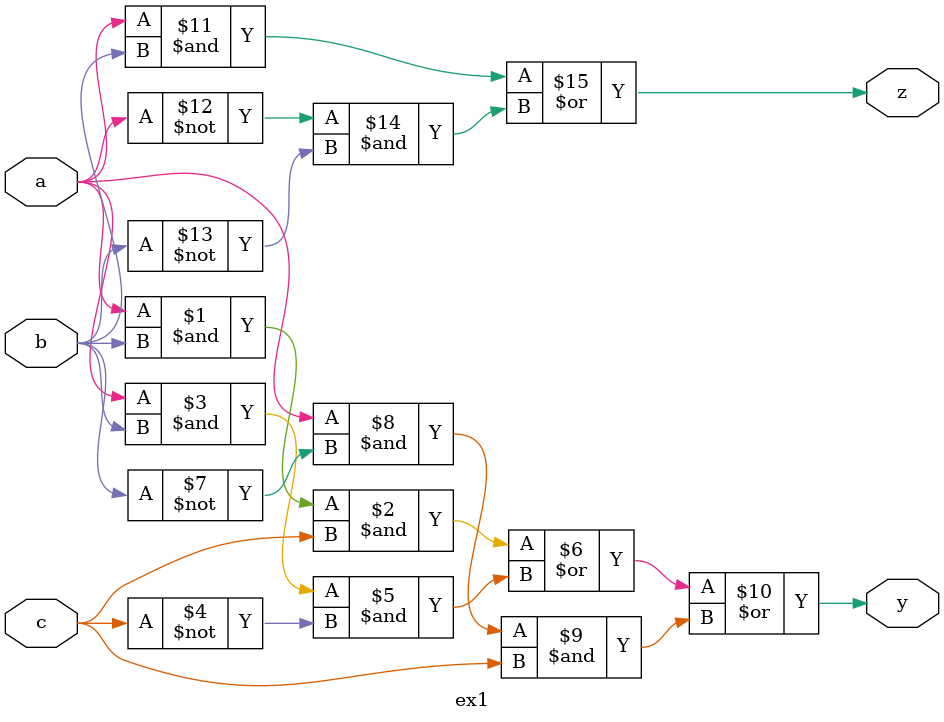
<source format=sv>
module ex1 (
	input logic a, b, c,
	output logic y, z
);
	assign y = a & b & c | a & b & ~c | a & ~b & c;
	assign z = a & b | ~a & ~b;
endmodule
</source>
